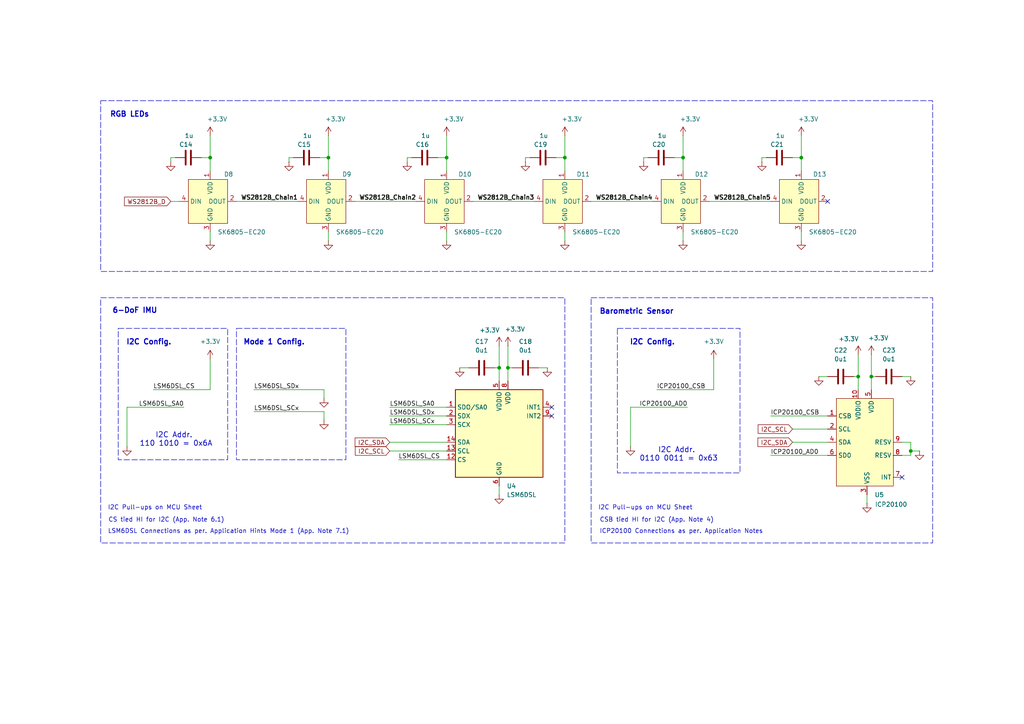
<source format=kicad_sch>
(kicad_sch (version 20231120) (generator "eeschema") (generator_version "8.0")
  (paper "A4")
  (title_block (title "BASM SOUNDCARD DEV V0") (date "2025-04-29") (rev "1") (company "BUCHAREST APPLIED STEAM MUSEUM") (comment 1 "Changed RGB LED to SK6805-EC20"))
  (lib_symbols
    (symbol "Device:C" (pin_numbers hide) (pin_names (offset 0.254))
      (property "Reference" "C" (at 0.635 2.54 0))
      (property "Value" "C" (at 0.635 -2.54 0))
      (symbol "C_0_1"
        (polyline (pts (xy -2.032 -0.762) (xy 2.032 -0.762)) (stroke (width 0.508)))
        (polyline (pts (xy -2.032 0.762) (xy 2.032 0.762)) (stroke (width 0.508)))
      )
      (symbol "C_1_1"
        (pin passive line (at 0 3.81 270) (length 2.794) (name "~") (number "1"))
        (pin passive line (at 0 -3.81 90) (length 2.794) (name "~") (number "2"))
      )
    )
    (symbol "SK68xx:SK6805-EC20"
      (property "Reference" "U" (at 0 0 0))
      (symbol "SK6805-EC20_1_1"
        (rectangle (start -12.7 12.7) (end -1.27 0) (fill (type background)))
        (pin power_in line (at -6.35 15.24 270) (length 2.54) (name "VDD") (number "1"))
        (pin output line (at 1.27 6.35 180) (length 2.54) (name "DOUT") (number "2"))
        (pin power_in line (at -6.35 -2.54 90) (length 2.54) (name "GND") (number "3"))
        (pin input line (at -15.24 6.35 0) (length 2.54) (name "DIN") (number "4"))
      )
    )
    (symbol "Sensor_Motion:LSM6DSL"
      (property "Reference" "U" (at -11.43 15.24 0))
      (property "Value" "LSM6DSL" (at -11.43 12.7 0))
      (symbol "LSM6DSL_0_1"
        (rectangle (start -12.7 12.7) (end 12.7 -12.7) (stroke (width 0.254)) (fill (type background)))
      )
      (symbol "LSM6DSL_1_1"
        (pin bidirectional line (at -15.24 7.62 0) (length 2.54) (name "SDO/SA0") (number "1"))
        (pin no_connect line (at 12.7 -5.08 180) (length 3.81) hide (name "NC") (number "10"))
        (pin no_connect line (at 12.7 -2.54 180) (length 3.81) hide (name "NC") (number "11"))
        (pin input line (at -15.24 -7.62 0) (length 2.54) (name "CS") (number "12"))
        (pin input line (at -15.24 -5.08 0) (length 2.54) (name "SCL") (number "13"))
        (pin bidirectional line (at -15.24 -2.54 0) (length 2.54) (name "SDA") (number "14"))
        (pin bidirectional line (at -15.24 5.08 0) (length 2.54) (name "SDX") (number "2"))
        (pin input line (at -15.24 2.54 0) (length 2.54) (name "SCX") (number "3"))
        (pin output line (at 15.24 7.62 180) (length 2.54) (name "INT1") (number "4"))
        (pin power_in line (at 0 15.24 270) (length 2.54) (name "VDDIO") (number "5"))
        (pin power_in line (at 0 -15.24 90) (length 2.54) (name "GND") (number "6"))
        (pin passive line (at 0 -15.24 90) (length 2.54) hide (name "GND") (number "7"))
        (pin power_in line (at 2.54 15.24 270) (length 2.54) (name "VDD") (number "8"))
        (pin output line (at 15.24 5.08 180) (length 2.54) (name "INT2") (number "9"))
      )
    )
    (symbol "TDK:ICP-20100"
      (property "Reference" "U" (at 0 0 0))
      (symbol "ICP-20100_1_1"
        (rectangle (start -20.32 -2.54) (end -3.81 -27.94) (fill (type background)))
        (pin bidirectional line (at -22.86 -7.62 0) (length 2.54) (name "CSB") (number "1"))
        (pin power_in line (at -13.97 0 270) (length 2.54) (name "VDDIO") (number "10"))
        (pin bidirectional line (at -22.86 -11.43 0) (length 2.54) (name "SCL") (number "2"))
        (pin power_in line (at -11.43 -30.48 90) (length 2.54) (name "VSS") (number "3"))
        (pin bidirectional line (at -22.86 -15.24 0) (length 2.54) (name "SDA") (number "4"))
        (pin power_in line (at -10.16 0 270) (length 2.54) (name "VDD") (number "5"))
        (pin bidirectional line (at -22.86 -19.05 0) (length 2.54) (name "SD0") (number "6"))
        (pin output line (at -1.27 -25.4 180) (length 2.54) (name "INT") (number "7"))
        (pin power_in line (at -1.27 -19.05 180) (length 2.54) (name "RESV") (number "8"))
        (pin power_in line (at -1.27 -15.24 180) (length 2.54) (name "RESV") (number "9"))
      )
    )
    (symbol "power:+3.3V" (power) (pin_numbers hide) (pin_names (offset 0) hide)
      (property "Value" "+3.3V" (at 0 3.556 0))
      (symbol "+3.3V_0_1"
        (polyline (pts (xy -0.762 1.27) (xy 0 2.54)))
        (polyline (pts (xy 0 0) (xy 0 2.54)))
        (polyline (pts (xy 0 2.54) (xy 0.762 1.27)))
      )
      (symbol "+3.3V_1_1"
        (pin power_in line (at 0 0 90) (length 0) (name "~") (number "1"))
      )
    )
    (symbol "power:GND" (power) (pin_numbers hide) (pin_names (offset 0) hide)
      (property "Value" "GND" (at 0 -3.81 0))
      (symbol "GND_0_1"
        (polyline (pts (xy 0 0) (xy 0 -1.27) (xy 1.27 -1.27) (xy 0 -2.54) (xy -1.27 -1.27) (xy 0 -1.27)))
      )
      (symbol "GND_1_1"
        (pin power_in line (at 0 0 270) (length 0) (name "~") (number "1"))
      )
    )
  )
  (junction (at 129.54 45.72))
  (junction (at 163.83 45.72))
  (junction (at 147.32 106.68))
  (junction (at 95.25 45.72))
  (junction (at 60.96 45.72))
  (junction (at 252.73 109.22))
  (junction (at 198.12 45.72))
  (junction (at 248.92 109.22))
  (junction (at 144.78 106.68))
  (junction (at 232.41 45.72))
  (junction (at 264.16 130.81))
  (no_connect (at 160.02 120.65))
  (no_connect (at 160.02 118.11))
  (no_connect (at 240.03 58.42))
  (no_connect (at 261.62 138.43))
  (wire (pts (xy 60.96 113.03) (xy 60.96 104.14)))
  (wire (pts (xy 102.87 58.42) (xy 120.65 58.42)))
  (wire (pts (xy 95.25 45.72) (xy 95.25 39.37)))
  (wire (pts (xy 223.52 120.65) (xy 240.03 120.65)))
  (wire (pts (xy 264.16 128.27) (xy 261.62 128.27)))
  (wire (pts (xy 220.98 45.72) (xy 220.98 46.99)))
  (wire (pts (xy 153.67 45.72) (xy 152.4 45.72)))
  (wire (pts (xy 252.73 109.22) (xy 252.73 113.03)))
  (wire (pts (xy 264.16 130.81) (xy 266.7 130.81)))
  (wire (pts (xy 147.32 106.68) (xy 147.32 110.49)))
  (wire (pts (xy 252.73 102.87) (xy 252.73 109.22)))
  (wire (pts (xy 229.87 45.72) (xy 232.41 45.72)))
  (wire (pts (xy 137.16 58.42) (xy 154.94 58.42)))
  (wire (pts (xy 49.53 45.72) (xy 49.53 46.99)))
  (wire (pts (xy 229.87 124.46) (xy 240.03 124.46)))
  (wire (pts (xy 232.41 45.72) (xy 232.41 39.37)))
  (wire (pts (xy 232.41 45.72) (xy 232.41 49.53)))
  (wire (pts (xy 247.65 109.22) (xy 248.92 109.22)))
  (wire (pts (xy 198.12 67.31) (xy 198.12 69.85)))
  (wire (pts (xy 49.53 58.42) (xy 52.07 58.42)))
  (wire (pts (xy 73.66 119.38) (xy 93.98 119.38)))
  (wire (pts (xy 147.32 106.68) (xy 148.59 106.68)))
  (wire (pts (xy 163.83 67.31) (xy 163.83 69.85)))
  (wire (pts (xy 115.57 133.35) (xy 129.54 133.35)))
  (wire (pts (xy 50.8 45.72) (xy 49.53 45.72)))
  (wire (pts (xy 205.74 58.42) (xy 223.52 58.42)))
  (wire (pts (xy 73.66 113.03) (xy 93.98 113.03)))
  (wire (pts (xy 129.54 45.72) (xy 129.54 49.53)))
  (wire (pts (xy 261.62 132.08) (xy 264.16 132.08)))
  (wire (pts (xy 129.54 67.31) (xy 129.54 69.85)))
  (wire (pts (xy 232.41 67.31) (xy 232.41 69.85)))
  (wire (pts (xy 127 45.72) (xy 129.54 45.72)))
  (wire (pts (xy 261.62 109.22) (xy 264.16 109.22)))
  (wire (pts (xy 152.4 45.72) (xy 152.4 46.99)))
  (wire (pts (xy 264.16 130.81) (xy 264.16 128.27)))
  (wire (pts (xy 163.83 45.72) (xy 163.83 39.37)))
  (wire (pts (xy 60.96 45.72) (xy 60.96 39.37)))
  (wire (pts (xy 36.83 118.11) (xy 53.34 118.11)))
  (wire (pts (xy 248.92 102.87) (xy 248.92 109.22)))
  (wire (pts (xy 222.25 45.72) (xy 220.98 45.72)))
  (wire (pts (xy 60.96 67.31) (xy 60.96 69.85)))
  (wire (pts (xy 95.25 45.72) (xy 95.25 49.53)))
  (wire (pts (xy 113.03 130.81) (xy 129.54 130.81)))
  (wire (pts (xy 171.45 58.42) (xy 189.23 58.42)))
  (wire (pts (xy 182.88 118.11) (xy 199.39 118.11)))
  (wire (pts (xy 144.78 106.68) (xy 144.78 110.49)))
  (wire (pts (xy 147.32 100.33) (xy 147.32 106.68)))
  (wire (pts (xy 93.98 115.57) (xy 93.98 113.03)))
  (wire (pts (xy 223.52 132.08) (xy 240.03 132.08)))
  (wire (pts (xy 237.49 109.22) (xy 240.03 109.22)))
  (wire (pts (xy 187.96 45.72) (xy 186.69 45.72)))
  (wire (pts (xy 161.29 45.72) (xy 163.83 45.72)))
  (wire (pts (xy 186.69 45.72) (xy 186.69 46.99)))
  (wire (pts (xy 118.11 45.72) (xy 118.11 46.99)))
  (wire (pts (xy 182.88 118.11) (xy 182.88 129.54)))
  (wire (pts (xy 248.92 109.22) (xy 248.92 113.03)))
  (wire (pts (xy 95.25 67.31) (xy 95.25 69.85)))
  (wire (pts (xy 195.58 45.72) (xy 198.12 45.72)))
  (wire (pts (xy 83.82 45.72) (xy 83.82 46.99)))
  (wire (pts (xy 113.03 123.19) (xy 129.54 123.19)))
  (wire (pts (xy 251.46 146.05) (xy 251.46 143.51)))
  (wire (pts (xy 93.98 121.92) (xy 93.98 119.38)))
  (wire (pts (xy 68.58 58.42) (xy 86.36 58.42)))
  (wire (pts (xy 119.38 45.72) (xy 118.11 45.72)))
  (wire (pts (xy 113.03 128.27) (xy 129.54 128.27)))
  (wire (pts (xy 252.73 109.22) (xy 254 109.22)))
  (wire (pts (xy 156.21 106.68) (xy 158.75 106.68)))
  (wire (pts (xy 198.12 45.72) (xy 198.12 39.37)))
  (wire (pts (xy 133.35 106.68) (xy 135.89 106.68)))
  (wire (pts (xy 163.83 45.72) (xy 163.83 49.53)))
  (wire (pts (xy 85.09 45.72) (xy 83.82 45.72)))
  (wire (pts (xy 92.71 45.72) (xy 95.25 45.72)))
  (wire (pts (xy 144.78 100.33) (xy 144.78 106.68)))
  (wire (pts (xy 144.78 140.97) (xy 144.78 143.51)))
  (wire (pts (xy 36.83 118.11) (xy 36.83 129.54)))
  (wire (pts (xy 60.96 45.72) (xy 60.96 49.53)))
  (wire (pts (xy 229.87 128.27) (xy 240.03 128.27)))
  (wire (pts (xy 60.96 113.03) (xy 44.45 113.03)))
  (wire (pts (xy 264.16 132.08) (xy 264.16 130.81)))
  (wire (pts (xy 198.12 45.72) (xy 198.12 49.53)))
  (wire (pts (xy 113.03 120.65) (xy 129.54 120.65)))
  (wire (pts (xy 129.54 45.72) (xy 129.54 39.37)))
  (wire (pts (xy 113.03 118.11) (xy 129.54 118.11)))
  (wire (pts (xy 207.01 113.03) (xy 207.01 104.14)))
  (wire (pts (xy 207.01 113.03) (xy 190.5 113.03)))
  (wire (pts (xy 143.51 106.68) (xy 144.78 106.68)))
  (wire (pts (xy 58.42 45.72) (xy 60.96 45.72)))
  (rectangle (start 34.29 95.25) (end 66.04 133.35) (stroke (width 0) (type dash)))
  (rectangle (start 68.58 95.25) (end 100.33 133.35) (stroke (width 0) (type dash)))
  (rectangle (start 179.07 95.25) (end 214.63 137.16) (stroke (width 0) (type dash)))
  (rectangle (start 29.21 86.36) (end 163.83 157.48) (stroke (width 0) (type dash)))
  (rectangle (start 29.21 29.21) (end 270.51 78.74) (stroke (width 0) (type dash)))
  (rectangle (start 171.45 86.36) (end 270.51 157.48) (stroke (width 0) (type dash)))
  (text "CS tied HI for I2C (App. Note 6.1)" (at 48.26 150.876 0) (effects (font (size 1.27 1.27))))
  (text "I2C Config." (at 43.18 99.314 0) (effects (font (size 1.524 1.524) (thickness 0.3048) (bold yes))))
  (text "I2C Addr. \n0110 0011 = 0x63" (at 196.85 131.826 0) (effects (font (size 1.524 1.524) (thickness 0.1905))))
  (text "CSB tied HI for I2C (App. Note 4)" (at 190.5 150.876 0) (effects (font (size 1.27 1.27))))
  (text "ICP20100 Connections as per. Application Notes" (at 197.612 154.178 0) (effects (font (size 1.27 1.27))))
  (text "Barometric Sensor" (at 184.658 90.424 0) (effects (font (size 1.524 1.524) (thickness 0.3048) (bold yes))))
  (text "I2C Pull-ups on MCU Sheet" (at 44.958 147.32 0) (effects (font (size 1.27 1.27))))
  (text "I2C Config." (at 189.23 99.314 0) (effects (font (size 1.524 1.524) (thickness 0.3048) (bold yes))))
  (text "Mode 1 Config." (at 79.502 99.314 0) (effects (font (size 1.524 1.524) (thickness 0.3048) (bold yes))))
  (text "RGB LEDs" (at 37.592 33.274 0) (effects (font (size 1.524 1.524) (thickness 0.3048) (bold yes))))
  (text "I2C Addr. \n110 1010 = 0x6A" (at 51.054 127.508 0) (effects (font (size 1.524 1.524) (thickness 0.1905))))
  (text "6-DoF IMU" (at 39.116 90.17 0) (effects (font (size 1.524 1.524) (thickness 0.3048) (bold yes))))
  (text "I2C Pull-ups on MCU Sheet" (at 187.198 147.32 0) (effects (font (size 1.27 1.27))))
  (text "LSM6DSL Connections as per. Application Hints Mode 1 (App. Note 7.1)" (at 66.294 154.178 0) (effects (font (size 1.27 1.27))))
  (label "ICP20100_CSB" (at 190.5 113.03 0))
  (label "LSM6DSL_CS" (at 115.57 133.35 0))
  (label "LSM6DSL_SCx" (at 73.66 119.38 0))
  (label "LSM6DSL_SDx" (at 73.66 113.03 0))
  (label "LSM6DSL_CS" (at 44.45 113.03 0))
  (label "ICP20100_CSB" (at 223.52 120.65 0))
  (label "WS2812B_Chain1" (at 69.85 58.42 0) (effects (font (thickness 0.254) (bold yes))))
  (label "LSM6DSL_SCx" (at 113.03 123.19 0))
  (label "WS2812B_Chain5" (at 207.01 58.42 0) (effects (font (thickness 0.254) (bold yes))))
  (label "LSM6DSL_SA0" (at 53.34 118.11 180))
  (label "LSM6DSL_SDx" (at 113.03 120.65 0))
  (label "LSM6DSL_SA0" (at 113.03 118.11 0))
  (label "ICP20100_AD0" (at 223.52 132.08 0))
  (label "WS2812B_Chain4" (at 172.72 58.42 0) (effects (font (thickness 0.254) (bold yes))))
  (label "WS2812B_Chain3" (at 138.43 58.42 0) (effects (font (thickness 0.254) (bold yes))))
  (label "ICP20100_AD0" (at 199.39 118.11 180))
  (label "WS2812B_Chain2" (at 104.14 58.42 0) (effects (font (thickness 0.254) (bold yes))))
  (global_label "I2C_SCL" (shape input) (at 113.03 130.81 180) (property "Intersheetrefs" "${INTERSHEET_REFS}" (effects (hide yes))))
  (global_label "I2C_SDA" (shape input) (at 229.87 128.27 180) (property "Intersheetrefs" "${INTERSHEET_REFS}" (effects (hide yes))))
  (global_label "I2C_SCL" (shape input) (at 229.87 124.46 180) (property "Intersheetrefs" "${INTERSHEET_REFS}" (effects (hide yes))))
  (global_label "WS2812B_D" (shape input) (at 49.53 58.42 180) (property "Intersheetrefs" "${INTERSHEET_REFS}" (effects (hide yes))))
  (global_label "I2C_SDA" (shape input) (at 113.03 128.27 180) (property "Intersheetrefs" "${INTERSHEET_REFS}" (effects (hide yes))))
  (symbol (lib_id "power:+3.3V") (at 144.78 100.33 0) (unit 1)
    (property "Reference" "#PWR053" (effects (hide yes)))
    (property "Value" "+3.3V" (at 141.986 95.758 0))
    (property "Description" "Power symbol creates a global label with name \"+3.3V\"" (effects (hide yes)))
  )
  (symbol (lib_id "Device:C") (at 157.48 45.72 90) (unit 1)
    (property "Reference" "C19" (at 158.75 41.91 90) (effects (justify left)))
    (property "Value" "1u" (at 159.004 39.37 90) (effects (justify left)))
    (property "Footprint" "Capacitor_SMD:C_0402_1005Metric" (effects (hide yes)))
    (property "Description" "Unpolarized capacitor" (effects (hide yes)))
  )
  (symbol (lib_id "power:GND") (at 93.98 115.57 0) (mirror y) (unit 1)
    (property "Reference" "#PWR045" (effects (hide yes)))
    (property "Value" "GND" (effects (hide yes)))
    (property "Description" "Power symbol creates a global label with name \"GND\" , ground" (effects (hide yes)))
  )
  (symbol (lib_id "SK68xx:SK6805-EC20") (at 135.89 64.77 0) (unit 1)
    (property "Reference" "D10" (at 134.874 50.546 0))
    (property "Value" "SK6805-EC20" (at 138.684 67.31 0))
    (property "Footprint" "SK_RGB:SK68xx-EC20" (effects (hide yes)))
    (property "Datasheet" "http://www.normandled.com/upload/201906/EC20-6812(SK6812-2020)%20LED%20Datasheet.pdf" (effects (hide yes)))
  )
  (symbol (lib_id "Device:C") (at 243.84 109.22 270) (unit 1)
    (property "Reference" "C22" (at 243.84 101.6 90))
    (property "Value" "0u1" (at 243.84 104.14 90))
    (property "Footprint" "Capacitor_SMD:C_0402_1005Metric" (effects (hide yes)))
    (property "Description" "Unpolarized capacitor" (effects (hide yes)))
  )
  (symbol (lib_id "power:+3.3V") (at 232.41 39.37 0) (unit 1)
    (property "Reference" "#PWR066" (effects (hide yes)))
    (property "Value" "+3.3V" (at 234.442 34.544 0))
    (property "Description" "Power symbol creates a global label with name \"+3.3V\"" (effects (hide yes)))
  )
  (symbol (lib_id "power:GND") (at 144.78 143.51 0) (unit 1)
    (property "Reference" "#PWR054" (effects (hide yes)))
    (property "Value" "GND" (effects (hide yes)))
    (property "Description" "Power symbol creates a global label with name \"GND\" , ground" (effects (hide yes)))
  )
  (symbol (lib_id "power:GND") (at 163.83 69.85 0) (unit 1)
    (property "Reference" "#PWR059" (effects (hide yes)))
    (property "Value" "GND" (effects (hide yes)))
    (property "Description" "Power symbol creates a global label with name \"GND\" , ground" (effects (hide yes)))
  )
  (symbol (lib_id "Sensor_Motion:LSM6DSL") (at 144.78 125.73 0) (unit 1)
    (property "Reference" "U4" (at 146.9741 140.97 0) (effects (justify left)))
    (property "Value" "LSM6DSL" (at 146.9741 143.51 0) (effects (justify left)))
    (property "Footprint" "Package_LGA:LGA-14_3x2.5mm_P0.5mm_LayoutBorder3x4y" (effects (hide yes)))
    (property "Datasheet" "https://www.google.com/url?sa=t&source=web&rct=j&opi=89978449&url=https://www.st.com/resource/en/datasheet/lsm6dsl.pdf&ved=2ahUKEwiUu6j1tP2MAxWb2AIHHcE7DHAQFnoECA0QAQ&usg=AOvVaw2r_2ybK2prF7He1HXx3VHU" (effects (hide yes)))
    (property "Description" "I2C/SPI, iNEMO inertial module: always-on 3D accelerometer and 3D gyroscope, 1.71V to 3.6V VCC" (effects (hide yes)))
  )
  (symbol (lib_id "SK68xx:SK6805-EC20") (at 238.76 64.77 0) (unit 1)
    (property "Reference" "D13" (at 237.744 50.546 0))
    (property "Value" "SK6805-EC20" (at 241.554 67.31 0))
    (property "Footprint" "SK_RGB:SK68xx-EC20" (effects (hide yes)))
    (property "Datasheet" "http://www.normandled.com/upload/201906/EC20-6812(SK6812-2020)%20LED%20Datasheet.pdf" (effects (hide yes)))
  )
  (symbol (lib_id "power:+3.3V") (at 252.73 102.87 0) (unit 1)
    (property "Reference" "#PWR071" (effects (hide yes)))
    (property "Value" "+3.3V" (at 254.762 98.044 0))
    (property "Description" "Power symbol creates a global label with name \"+3.3V\"" (effects (hide yes)))
  )
  (symbol (lib_id "power:+3.3V") (at 163.83 39.37 0) (unit 1)
    (property "Reference" "#PWR058" (effects (hide yes)))
    (property "Value" "+3.3V" (at 165.862 34.544 0))
    (property "Description" "Power symbol creates a global label with name \"+3.3V\"" (effects (hide yes)))
  )
  (symbol (lib_id "SK68xx:SK6805-EC20") (at 170.18 64.77 0) (unit 1)
    (property "Reference" "D11" (at 169.164 50.546 0))
    (property "Value" "SK6805-EC20" (at 172.974 67.31 0))
    (property "Footprint" "SK_RGB:SK68xx-EC20" (effects (hide yes)))
    (property "Datasheet" "http://www.normandled.com/upload/201906/EC20-6812(SK6812-2020)%20LED%20Datasheet.pdf" (effects (hide yes)))
  )
  (symbol (lib_id "power:GND") (at 264.16 109.22 0) (unit 1)
    (property "Reference" "#PWR072" (effects (hide yes)))
    (property "Value" "GND" (effects (hide yes)))
    (property "Description" "Power symbol creates a global label with name \"GND\" , ground" (effects (hide yes)))
  )
  (symbol (lib_id "Device:C") (at 123.19 45.72 90) (unit 1)
    (property "Reference" "C16" (at 124.46 41.91 90) (effects (justify left)))
    (property "Value" "1u" (at 124.714 39.37 90) (effects (justify left)))
    (property "Footprint" "Capacitor_SMD:C_0402_1005Metric" (effects (hide yes)))
    (property "Description" "Unpolarized capacitor" (effects (hide yes)))
  )
  (symbol (lib_id "power:GND") (at 152.4 46.99 0) (unit 1)
    (property "Reference" "#PWR056" (effects (hide yes)))
    (property "Value" "GND" (effects (hide yes)))
    (property "Description" "Power symbol creates a global label with name \"GND\" , ground" (effects (hide yes)))
  )
  (symbol (lib_id "power:GND") (at 118.11 46.99 0) (unit 1)
    (property "Reference" "#PWR049" (effects (hide yes)))
    (property "Value" "GND" (effects (hide yes)))
    (property "Description" "Power symbol creates a global label with name \"GND\" , ground" (effects (hide yes)))
  )
  (symbol (lib_id "power:+3.3V") (at 60.96 39.37 0) (unit 1)
    (property "Reference" "#PWR041" (effects (hide yes)))
    (property "Value" "+3.3V" (at 62.992 34.544 0))
    (property "Description" "Power symbol creates a global label with name \"+3.3V\"" (effects (hide yes)))
  )
  (symbol (lib_id "power:GND") (at 220.98 46.99 0) (unit 1)
    (property "Reference" "#PWR065" (effects (hide yes)))
    (property "Value" "GND" (effects (hide yes)))
    (property "Description" "Power symbol creates a global label with name \"GND\" , ground" (effects (hide yes)))
  )
  (symbol (lib_id "power:GND") (at 93.98 121.92 0) (mirror y) (unit 1)
    (property "Reference" "#PWR046" (effects (hide yes)))
    (property "Value" "GND" (effects (hide yes)))
    (property "Description" "Power symbol creates a global label with name \"GND\" , ground" (effects (hide yes)))
  )
  (symbol (lib_id "TDK:ICP-20100") (at 262.89 113.03 0) (unit 1)
    (property "Reference" "U5" (at 253.6541 143.51 0) (effects (justify left)))
    (property "Value" "ICP20100" (at 253.746 146.304 0) (effects (justify left)))
    (property "Footprint" "Package_LGA:ST_HLGA-10_2x2mm_P0.5mm_LayoutBorder3x2y" (effects (hide yes)))
    (property "Datasheet" "https://invensense.tdk.com/download-pdf/icp-20100-datasheet/" (effects (hide yes)))
  )
  (symbol (lib_id "SK68xx:SK6805-EC20") (at 101.6 64.77 0) (unit 1)
    (property "Reference" "D9" (at 100.584 50.546 0))
    (property "Value" "SK6805-EC20" (at 104.394 67.31 0))
    (property "Footprint" "SK_RGB:SK68xx-EC20" (effects (hide yes)))
    (property "Datasheet" "http://www.normandled.com/upload/201906/EC20-6812(SK6812-2020)%20LED%20Datasheet.pdf" (effects (hide yes)))
  )
  (symbol (lib_id "power:+3.3V") (at 129.54 39.37 0) (unit 1)
    (property "Reference" "#PWR050" (effects (hide yes)))
    (property "Value" "+3.3V" (at 131.572 34.544 0))
    (property "Description" "Power symbol creates a global label with name \"+3.3V\"" (effects (hide yes)))
  )
  (symbol (lib_id "power:+3.3V") (at 248.92 102.87 0) (unit 1)
    (property "Reference" "#PWR069" (effects (hide yes)))
    (property "Value" "+3.3V" (at 246.126 98.298 0))
    (property "Description" "Power symbol creates a global label with name \"+3.3V\"" (effects (hide yes)))
  )
  (symbol (lib_id "power:GND") (at 198.12 69.85 0) (unit 1)
    (property "Reference" "#PWR063" (effects (hide yes)))
    (property "Value" "GND" (effects (hide yes)))
    (property "Description" "Power symbol creates a global label with name \"GND\" , ground" (effects (hide yes)))
  )
  (symbol (lib_id "Device:C") (at 226.06 45.72 90) (unit 1)
    (property "Reference" "C21" (at 227.33 41.91 90) (effects (justify left)))
    (property "Value" "1u" (at 227.584 39.37 90) (effects (justify left)))
    (property "Footprint" "Capacitor_SMD:C_0402_1005Metric" (effects (hide yes)))
    (property "Description" "Unpolarized capacitor" (effects (hide yes)))
  )
  (symbol (lib_id "SK68xx:SK6805-EC20") (at 204.47 64.77 0) (unit 1)
    (property "Reference" "D12" (at 203.454 50.546 0))
    (property "Value" "SK6805-EC20" (at 207.264 67.31 0))
    (property "Footprint" "SK_RGB:SK68xx-EC20" (effects (hide yes)))
    (property "Datasheet" "http://www.normandled.com/upload/201906/EC20-6812(SK6812-2020)%20LED%20Datasheet.pdf" (effects (hide yes)))
  )
  (symbol (lib_id "power:+3.3V") (at 207.01 104.14 0) (unit 1)
    (property "Reference" "#PWR064" (effects (hide yes)))
    (property "Value" "+3.3V" (at 207.01 99.06 0))
    (property "Description" "Power symbol creates a global label with name \"+3.3V\"" (effects (hide yes)))
  )
  (symbol (lib_id "power:GND") (at 49.53 46.99 0) (unit 1)
    (property "Reference" "#PWR040" (effects (hide yes)))
    (property "Value" "GND" (effects (hide yes)))
    (property "Description" "Power symbol creates a global label with name \"GND\" , ground" (effects (hide yes)))
  )
  (symbol (lib_id "Device:C") (at 88.9 45.72 90) (unit 1)
    (property "Reference" "C15" (at 90.17 41.91 90) (effects (justify left)))
    (property "Value" "1u" (at 90.424 39.37 90) (effects (justify left)))
    (property "Footprint" "Capacitor_SMD:C_0402_1005Metric" (effects (hide yes)))
    (property "Description" "Unpolarized capacitor" (effects (hide yes)))
  )
  (symbol (lib_id "SK68xx:SK6805-EC20") (at 67.31 64.77 0) (unit 1)
    (property "Reference" "D8" (at 66.294 50.546 0))
    (property "Value" "SK6805-EC20" (at 70.104 67.31 0))
    (property "Footprint" "SK_RGB:SK68xx-EC20" (effects (hide yes)))
    (property "Datasheet" "http://www.normandled.com/upload/201906/EC20-6812(SK6812-2020)%20LED%20Datasheet.pdf" (effects (hide yes)))
  )
  (symbol (lib_id "power:GND") (at 158.75 106.68 0) (unit 1)
    (property "Reference" "#PWR057" (effects (hide yes)))
    (property "Value" "GND" (effects (hide yes)))
    (property "Description" "Power symbol creates a global label with name \"GND\" , ground" (effects (hide yes)))
  )
  (symbol (lib_id "Device:C") (at 152.4 106.68 270) (unit 1)
    (property "Reference" "C18" (at 152.4 99.06 90))
    (property "Value" "0u1" (at 152.4 101.6 90))
    (property "Footprint" "Capacitor_SMD:C_0402_1005Metric" (effects (hide yes)))
    (property "Description" "Unpolarized capacitor" (effects (hide yes)))
  )
  (symbol (lib_id "power:GND") (at 60.96 69.85 0) (unit 1)
    (property "Reference" "#PWR042" (effects (hide yes)))
    (property "Value" "GND" (effects (hide yes)))
    (property "Description" "Power symbol creates a global label with name \"GND\" , ground" (effects (hide yes)))
  )
  (symbol (lib_id "power:GND") (at 251.46 146.05 0) (unit 1)
    (property "Reference" "#PWR070" (effects (hide yes)))
    (property "Value" "GND" (effects (hide yes)))
    (property "Description" "Power symbol creates a global label with name \"GND\" , ground" (effects (hide yes)))
  )
  (symbol (lib_id "Device:C") (at 191.77 45.72 90) (unit 1)
    (property "Reference" "C20" (at 193.04 41.91 90) (effects (justify left)))
    (property "Value" "1u" (at 193.294 39.37 90) (effects (justify left)))
    (property "Footprint" "Capacitor_SMD:C_0402_1005Metric" (effects (hide yes)))
    (property "Description" "Unpolarized capacitor" (effects (hide yes)))
  )
  (symbol (lib_id "power:GND") (at 237.49 109.22 0) (unit 1)
    (property "Reference" "#PWR068" (effects (hide yes)))
    (property "Value" "GND" (effects (hide yes)))
    (property "Description" "Power symbol creates a global label with name \"GND\" , ground" (effects (hide yes)))
  )
  (symbol (lib_id "power:+3.3V") (at 60.96 104.14 0) (unit 1)
    (property "Reference" "#PWR043" (effects (hide yes)))
    (property "Value" "+3.3V" (at 60.96 99.06 0))
    (property "Description" "Power symbol creates a global label with name \"+3.3V\"" (effects (hide yes)))
  )
  (symbol (lib_id "power:+3.3V") (at 198.12 39.37 0) (unit 1)
    (property "Reference" "#PWR062" (effects (hide yes)))
    (property "Value" "+3.3V" (at 200.152 34.544 0))
    (property "Description" "Power symbol creates a global label with name \"+3.3V\"" (effects (hide yes)))
  )
  (symbol (lib_id "Device:C") (at 257.81 109.22 270) (unit 1)
    (property "Reference" "C23" (at 257.81 101.6 90))
    (property "Value" "0u1" (at 257.81 104.14 90))
    (property "Footprint" "Capacitor_SMD:C_0402_1005Metric" (effects (hide yes)))
    (property "Description" "Unpolarized capacitor" (effects (hide yes)))
  )
  (symbol (lib_id "power:GND") (at 266.7 130.81 0) (unit 1)
    (property "Reference" "#PWR073" (effects (hide yes)))
    (property "Value" "GND" (effects (hide yes)))
    (property "Description" "Power symbol creates a global label with name \"GND\" , ground" (effects (hide yes)))
  )
  (symbol (lib_id "power:GND") (at 232.41 69.85 0) (unit 1)
    (property "Reference" "#PWR067" (effects (hide yes)))
    (property "Value" "GND" (effects (hide yes)))
    (property "Description" "Power symbol creates a global label with name \"GND\" , ground" (effects (hide yes)))
  )
  (symbol (lib_id "power:GND") (at 95.25 69.85 0) (unit 1)
    (property "Reference" "#PWR048" (effects (hide yes)))
    (property "Value" "GND" (effects (hide yes)))
    (property "Description" "Power symbol creates a global label with name \"GND\" , ground" (effects (hide yes)))
  )
  (symbol (lib_id "Device:C") (at 139.7 106.68 270) (unit 1)
    (property "Reference" "C17" (at 139.7 99.06 90))
    (property "Value" "0u1" (at 139.7 101.6 90))
    (property "Footprint" "Capacitor_SMD:C_0402_1005Metric" (effects (hide yes)))
    (property "Description" "Unpolarized capacitor" (effects (hide yes)))
  )
  (symbol (lib_id "power:GND") (at 36.83 129.54 0) (mirror y) (unit 1)
    (property "Reference" "#PWR039" (effects (hide yes)))
    (property "Value" "GND" (effects (hide yes)))
    (property "Description" "Power symbol creates a global label with name \"GND\" , ground" (effects (hide yes)))
  )
  (symbol (lib_id "power:GND") (at 83.82 46.99 0) (unit 1)
    (property "Reference" "#PWR044" (effects (hide yes)))
    (property "Value" "GND" (effects (hide yes)))
    (property "Description" "Power symbol creates a global label with name \"GND\" , ground" (effects (hide yes)))
  )
  (symbol (lib_id "power:GND") (at 133.35 106.68 0) (unit 1)
    (property "Reference" "#PWR052" (effects (hide yes)))
    (property "Value" "GND" (effects (hide yes)))
    (property "Description" "Power symbol creates a global label with name \"GND\" , ground" (effects (hide yes)))
  )
  (symbol (lib_id "power:GND") (at 129.54 69.85 0) (unit 1)
    (property "Reference" "#PWR051" (effects (hide yes)))
    (property "Value" "GND" (effects (hide yes)))
    (property "Description" "Power symbol creates a global label with name \"GND\" , ground" (effects (hide yes)))
  )
  (symbol (lib_id "power:+3.3V") (at 147.32 100.33 0) (unit 1)
    (property "Reference" "#PWR055" (effects (hide yes)))
    (property "Value" "+3.3V" (at 149.352 95.504 0))
    (property "Description" "Power symbol creates a global label with name \"+3.3V\"" (effects (hide yes)))
  )
  (symbol (lib_id "power:GND") (at 182.88 129.54 0) (mirror y) (unit 1)
    (property "Reference" "#PWR060" (effects (hide yes)))
    (property "Value" "GND" (effects (hide yes)))
    (property "Description" "Power symbol creates a global label with name \"GND\" , ground" (effects (hide yes)))
  )
  (symbol (lib_id "power:+3.3V") (at 95.25 39.37 0) (unit 1)
    (property "Reference" "#PWR047" (effects (hide yes)))
    (property "Value" "+3.3V" (at 97.282 34.544 0))
    (property "Description" "Power symbol creates a global label with name \"+3.3V\"" (effects (hide yes)))
  )
  (symbol (lib_id "power:GND") (at 186.69 46.99 0) (unit 1)
    (property "Reference" "#PWR061" (effects (hide yes)))
    (property "Value" "GND" (effects (hide yes)))
    (property "Description" "Power symbol creates a global label with name \"GND\" , ground" (effects (hide yes)))
  )
  (symbol (lib_id "Device:C") (at 54.61 45.72 90) (unit 1)
    (property "Reference" "C14" (at 55.88 41.91 90) (effects (justify left)))
    (property "Value" "1u" (at 56.134 39.37 90) (effects (justify left)))
    (property "Footprint" "Capacitor_SMD:C_0402_1005Metric" (effects (hide yes)))
    (property "Description" "Unpolarized capacitor" (effects (hide yes)))
  )
)
</source>
